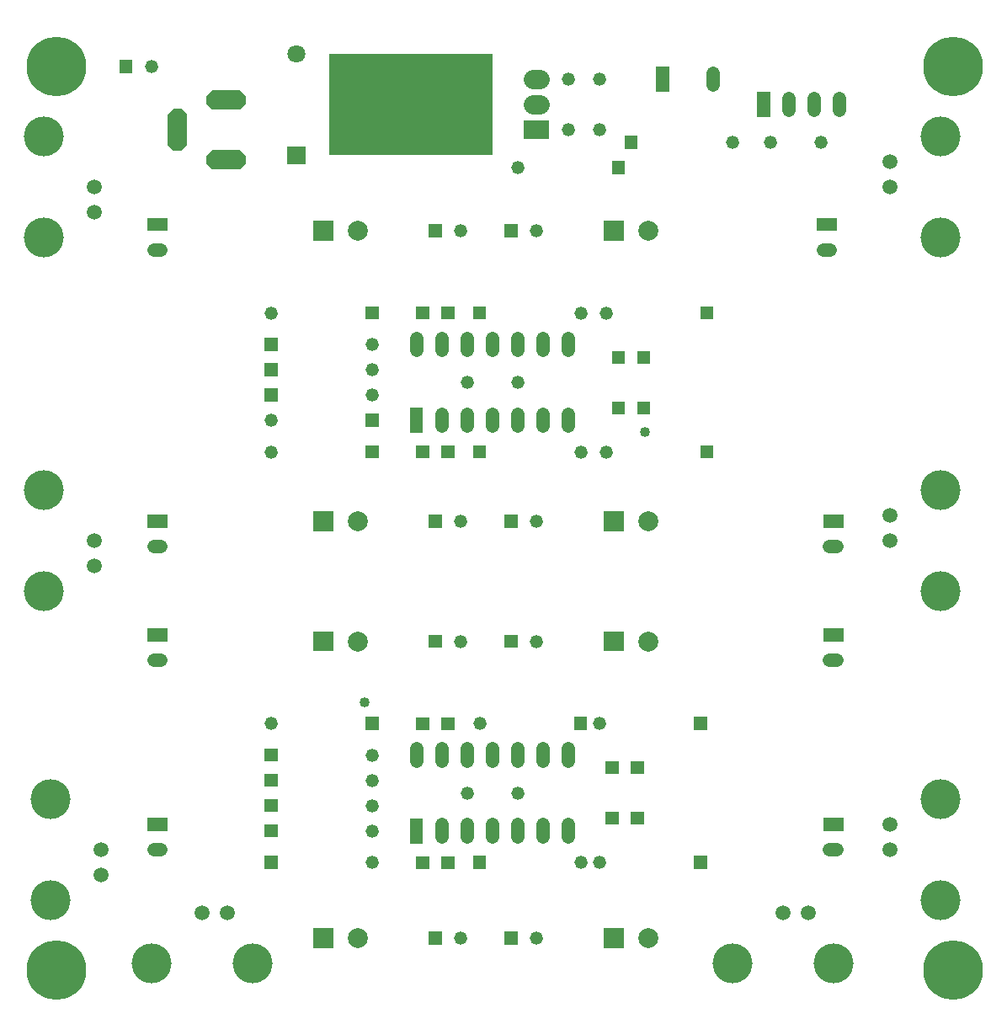
<source format=gts>
%FSLAX24Y24*%
%MOIN*%
%ADD10C,0.0400*%
%ADD11C,0.0520*%
%ADD12C,0.0591*%
%ADD13C,0.0709*%
%ADD14C,0.0750*%
%ADD15C,0.0787*%
%ADD16C,0.1575*%
%ADD17C,0.2362*%
D10*
G01X14185Y12352D03*
X25299Y23037D03*
D11*
G01X23500Y34999D03*
X23500Y37000D03*
X22250Y37000D03*
X22250Y35000D03*
X5750Y37500D03*
X20249Y33500D03*
X28750Y34500D03*
X14500Y25500D03*
X23750Y27750D03*
X18000Y31000D03*
X21000Y31000D03*
X14500Y26500D03*
X22750Y27750D03*
X14500Y24500D03*
X23750Y22250D03*
X18000Y19500D03*
X21000Y19500D03*
X10500Y23500D03*
X22750Y22250D03*
X20250Y25000D03*
X18250Y25000D03*
X20250Y8749D03*
X18250Y8749D03*
X14500Y9250D03*
X23500Y11500D03*
X18000Y14750D03*
X21000Y14750D03*
X14500Y10250D03*
X18750Y11500D03*
X14500Y8250D03*
X14500Y7250D03*
X23500Y6000D03*
X18000Y3000D03*
X21000Y3000D03*
X22750Y6000D03*
X10500Y27750D03*
X10500Y22250D03*
X10500Y11500D03*
X14500Y6000D03*
X32250Y34500D03*
X30250Y34500D03*
X33000Y35760D02*
X33000Y36240D01*
X31000Y35760D02*
X31000Y36240D01*
X32000Y35760D02*
X32000Y36240D01*
X28000Y36759D02*
X28000Y37240D01*
X20249Y26260D02*
X20249Y26740D01*
X18249Y23260D02*
X18249Y23740D01*
X18249Y26260D02*
X18249Y26740D01*
X16249Y26260D02*
X16249Y26740D01*
X20249Y23260D02*
X20249Y23740D01*
X17250Y26260D02*
X17250Y26740D01*
X19250Y26260D02*
X19250Y26740D01*
X21250Y26260D02*
X21250Y26740D01*
X22250Y23260D02*
X22250Y23740D01*
X17250Y23260D02*
X17250Y23740D01*
X19250Y23260D02*
X19250Y23740D01*
X21250Y23260D02*
X21250Y23740D01*
X22250Y26260D02*
X22250Y26740D01*
X20249Y10010D02*
X20249Y10489D01*
X18249Y7009D02*
X18249Y7490D01*
X18249Y10010D02*
X18249Y10489D01*
X16249Y10010D02*
X16249Y10489D01*
X20249Y7009D02*
X20249Y7490D01*
X17250Y10010D02*
X17250Y10489D01*
X19250Y10010D02*
X19250Y10489D01*
X21250Y10010D02*
X21250Y10489D01*
X22250Y7009D02*
X22250Y7490D01*
X17250Y7009D02*
X17250Y7490D01*
X19250Y7009D02*
X19250Y7490D01*
X21250Y7009D02*
X21250Y7490D01*
X22250Y10010D02*
X22250Y10489D01*
X5860Y30250D02*
X6140Y30250D01*
X32360Y30250D02*
X32640Y30250D01*
X5860Y18500D02*
X6140Y18500D01*
X32610Y18500D02*
X32890Y18500D01*
X5860Y13999D02*
X6140Y13999D01*
X32610Y13999D02*
X32890Y13999D01*
X5860Y6499D02*
X6140Y6499D01*
X32610Y6499D02*
X32890Y6499D01*
D12*
G01X3500Y32750D03*
X3500Y31750D03*
X35000Y32750D03*
X35000Y33750D03*
X3500Y18750D03*
X3500Y17750D03*
X3750Y6500D03*
X3750Y5499D03*
X7750Y4000D03*
X8750Y4000D03*
X35000Y18750D03*
X35000Y19750D03*
X35000Y6500D03*
X35000Y7500D03*
X30750Y4000D03*
X31750Y4000D03*
D13*
G01X11500Y38012D03*
D14*
G01X21125Y37000D02*
X20875Y37000D01*
X21125Y36000D02*
X20875Y36000D01*
D15*
G01X13938Y31000D03*
X25438Y31000D03*
X13938Y19500D03*
X25438Y19500D03*
X25438Y14750D03*
X25438Y3000D03*
X13938Y3000D03*
X13938Y14750D03*
D16*
G01X1500Y34750D03*
X1500Y30750D03*
X37000Y30750D03*
X37000Y34750D03*
X1500Y20749D03*
X1500Y16750D03*
X1750Y8500D03*
X1750Y4500D03*
X5750Y2000D03*
X9750Y2000D03*
X37000Y16750D03*
X37000Y20750D03*
X37000Y4500D03*
X37000Y8500D03*
X28750Y2000D03*
X32750Y2000D03*
D17*
G01X2000Y37500D03*
X37500Y37500D03*
X2000Y1750D03*
X37500Y1750D03*
G36*
X9501Y36018D02*G01*
X9271Y35787D01*X8157Y35787D01*X7927Y36018D01*X7927Y36344D01*X8157Y36574D01*X9271Y36574D01*X9501Y36344D01*G37*
G36*
X9501Y33655D02*G01*
X9271Y33425D01*X8157Y33425D01*X7927Y33655D01*X7927Y33981D01*X8157Y34212D01*X9271Y34212D01*X9501Y33981D01*G37*
G36*
X7179Y34403D02*G01*
X6948Y34173D01*X6622Y34173D01*X6391Y34403D01*X6391Y35596D01*X6622Y35826D01*X6948Y35826D01*X7179Y35596D01*G37*
G36*
X11145Y34341D02*G01*
X11145Y33633D01*X11854Y33633D01*X11854Y34341D01*G37*
G36*
X14750Y37999D02*G01*
X14750Y34000D01*X19250Y34000D01*X19250Y37999D01*G37*
G36*
X12800Y37999D02*G01*
X12800Y34000D01*X15200Y34000D01*X15200Y37999D01*G37*
G36*
X20500Y35375D02*G01*
X20500Y34625D01*X21500Y34625D01*X21500Y35375D01*G37*
G36*
X5010Y37760D02*G01*
X4490Y37760D01*X4490Y37240D01*X5010Y37240D01*G37*
G36*
X23989Y33240D02*G01*
X24509Y33240D01*X24509Y33760D01*X23989Y33760D01*G37*
G36*
X30260Y36499D02*G01*
X29740Y36499D01*X29740Y35499D01*X30260Y35499D01*G37*
G36*
X25010Y34760D02*G01*
X24490Y34760D01*X24490Y34240D01*X25010Y34240D01*G37*
G36*
X26260Y37500D02*G01*
X25740Y37500D01*X25740Y36499D01*X26260Y36499D01*G37*
G36*
X16509Y24000D02*G01*
X15989Y24000D01*X15989Y23000D01*X16509Y23000D01*G37*
G36*
X16509Y7750D02*G01*
X15989Y7750D01*X15989Y6749D01*X16509Y6749D01*G37*
G36*
X17240Y27500D02*G01*
X17760Y27500D01*X17760Y28000D01*X17240Y28000D01*G37*
G36*
X16240Y27500D02*G01*
X16760Y27500D01*X16760Y28000D01*X16240Y28000D01*G37*
G36*
X24510Y26250D02*G01*
X23989Y26250D01*X23989Y25749D01*X24510Y25749D01*G37*
G36*
X25510Y26250D02*G01*
X24990Y26250D01*X24990Y25749D01*X25510Y25749D01*G37*
G36*
X10760Y25760D02*G01*
X10240Y25760D01*X10240Y25240D01*X10760Y25240D01*G37*
G36*
X27490Y27490D02*G01*
X28010Y27490D01*X28010Y28010D01*X27490Y28010D01*G37*
G36*
X17260Y31259D02*G01*
X16740Y31259D01*X16740Y30739D01*X17260Y30739D01*G37*
G36*
X20259Y31259D02*G01*
X19739Y31259D01*X19739Y30739D01*X20259Y30739D01*G37*
G36*
X10760Y26760D02*G01*
X10240Y26760D01*X10240Y26240D01*X10760Y26240D01*G37*
G36*
X19010Y28010D02*G01*
X18490Y28010D01*X18490Y27490D01*X19010Y27490D01*G37*
G36*
X10760Y24760D02*G01*
X10240Y24760D01*X10240Y24240D01*X10760Y24240D01*G37*
G36*
X27490Y21989D02*G01*
X28010Y21989D01*X28010Y22509D01*X27490Y22509D01*G37*
G36*
X17260Y19760D02*G01*
X16740Y19760D01*X16740Y19240D01*X17260Y19240D01*G37*
G36*
X20259Y19760D02*G01*
X19739Y19760D01*X19739Y19240D01*X20259Y19240D01*G37*
G36*
X14239Y23239D02*G01*
X14760Y23239D01*X14760Y23759D01*X14239Y23759D01*G37*
G36*
X19010Y22510D02*G01*
X18490Y22510D01*X18490Y21990D01*X19010Y21990D01*G37*
G36*
X16760Y22500D02*G01*
X16240Y22500D01*X16240Y21999D01*X16760Y21999D01*G37*
G36*
X17760Y22500D02*G01*
X17240Y22500D01*X17240Y21999D01*X17760Y21999D01*G37*
G36*
X24510Y24250D02*G01*
X23989Y24250D01*X23989Y23750D01*X24510Y23750D01*G37*
G36*
X25510Y24250D02*G01*
X24990Y24250D01*X24990Y23750D01*X25510Y23750D01*G37*
G36*
X10760Y9510D02*G01*
X10240Y9510D01*X10240Y8990D01*X10760Y8990D01*G37*
G36*
X27239Y11240D02*G01*
X27759Y11240D01*X27759Y11760D01*X27239Y11760D01*G37*
G36*
X17260Y15010D02*G01*
X16740Y15010D01*X16740Y14490D01*X17260Y14490D01*G37*
G36*
X20259Y15010D02*G01*
X19739Y15010D01*X19739Y14490D01*X20259Y14490D01*G37*
G36*
X10760Y10510D02*G01*
X10240Y10510D01*X10240Y9990D01*X10760Y9990D01*G37*
G36*
X22490Y11240D02*G01*
X23010Y11240D01*X23010Y11760D01*X22490Y11760D01*G37*
G36*
X17240Y11250D02*G01*
X17760Y11250D01*X17760Y11750D01*X17240Y11750D01*G37*
G36*
X16240Y11250D02*G01*
X16760Y11250D01*X16760Y11750D01*X16240Y11750D01*G37*
G36*
X24260Y10000D02*G01*
X23740Y10000D01*X23740Y9500D01*X24260Y9500D01*G37*
G36*
X25260Y10000D02*G01*
X24740Y10000D01*X24740Y9500D01*X25260Y9500D01*G37*
G36*
X10760Y8510D02*G01*
X10240Y8510D01*X10240Y7990D01*X10760Y7990D01*G37*
G36*
X10760Y7510D02*G01*
X10240Y7510D01*X10240Y6990D01*X10760Y6990D01*G37*
G36*
X27239Y5740D02*G01*
X27759Y5740D01*X27759Y6260D01*X27239Y6260D01*G37*
G36*
X17260Y3260D02*G01*
X16740Y3260D01*X16740Y2740D01*X17260Y2740D01*G37*
G36*
X20259Y3260D02*G01*
X19739Y3260D01*X19739Y2740D01*X20259Y2740D01*G37*
G36*
X19010Y6260D02*G01*
X18490Y6260D01*X18490Y5740D01*X19010Y5740D01*G37*
G36*
X24260Y8000D02*G01*
X23740Y8000D01*X23740Y7500D01*X24260Y7500D01*G37*
G36*
X25260Y8000D02*G01*
X24740Y8000D01*X24740Y7500D01*X25260Y7500D01*G37*
G36*
X17240Y5750D02*G01*
X17760Y5750D01*X17760Y6250D01*X17240Y6250D01*G37*
G36*
X16240Y5750D02*G01*
X16760Y5750D01*X16760Y6250D01*X16240Y6250D01*G37*
G36*
X14239Y27490D02*G01*
X14760Y27490D01*X14760Y28010D01*X14239Y28010D01*G37*
G36*
X14239Y21989D02*G01*
X14760Y21989D01*X14760Y22509D01*X14239Y22509D01*G37*
G36*
X14239Y11240D02*G01*
X14760Y11240D01*X14760Y11760D01*X14239Y11760D01*G37*
G36*
X10760Y6260D02*G01*
X10240Y6260D01*X10240Y5740D01*X10760Y5740D01*G37*
G36*
X12954Y31393D02*G01*
X12167Y31393D01*X12167Y30606D01*X12954Y30606D01*G37*
G36*
X24454Y31393D02*G01*
X23667Y31393D01*X23667Y30606D01*X24454Y30606D01*G37*
G36*
X12954Y19893D02*G01*
X12167Y19893D01*X12167Y19106D01*X12954Y19106D01*G37*
G36*
X24454Y19893D02*G01*
X23667Y19893D01*X23667Y19106D01*X24454Y19106D01*G37*
G36*
X24454Y15143D02*G01*
X23667Y15143D01*X23667Y14356D01*X24454Y14356D01*G37*
G36*
X24454Y3393D02*G01*
X23667Y3393D01*X23667Y2606D01*X24454Y2606D01*G37*
G36*
X12954Y3393D02*G01*
X12167Y3393D01*X12167Y2606D01*X12954Y2606D01*G37*
G36*
X12954Y15143D02*G01*
X12167Y15143D01*X12167Y14356D01*X12954Y14356D01*G37*
G36*
X6400Y30990D02*G01*
X6400Y31510D01*X5600Y31510D01*X5600Y30990D01*G37*
G36*
X32900Y30990D02*G01*
X32900Y31510D01*X32100Y31510D01*X32100Y30990D01*G37*
G36*
X6400Y19240D02*G01*
X6400Y19760D01*X5600Y19760D01*X5600Y19240D01*G37*
G36*
X33150Y19240D02*G01*
X33150Y19760D01*X32350Y19760D01*X32350Y19240D01*G37*
G36*
X6400Y14739D02*G01*
X6400Y15259D01*X5600Y15259D01*X5600Y14739D01*G37*
G36*
X33150Y14739D02*G01*
X33150Y15259D01*X32350Y15259D01*X32350Y14739D01*G37*
G36*
X6400Y7239D02*G01*
X6400Y7759D01*X5600Y7759D01*X5600Y7239D01*G37*
G36*
X33150Y7239D02*G01*
X33150Y7759D01*X32350Y7759D01*X32350Y7239D01*G37*
M02*

</source>
